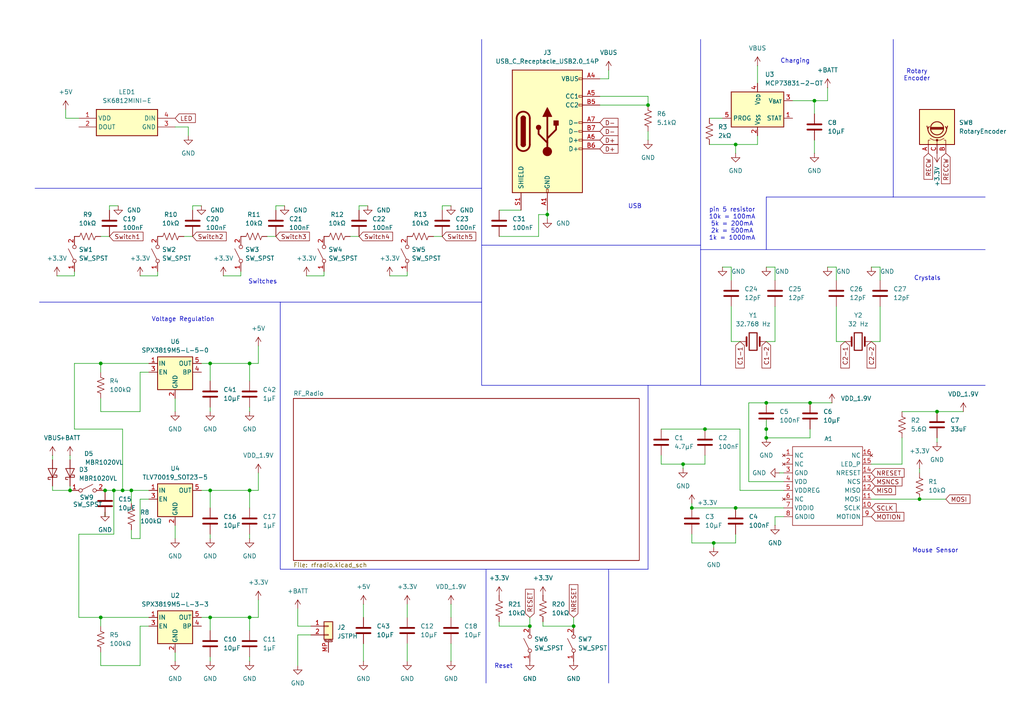
<source format=kicad_sch>
(kicad_sch (version 20250114) (generator "eeschema") (generator_version "9.0")
  (paper "A4")
  (title_block (title "beat") (rev "v1") (company "aerogull"))
  (text "Crystals" (at 268.986 80.772 0) (effects (font (size 1.27 1.27))))
  (text "Mouse Sensor" (at 271.272 159.766 0) (effects (font (size 1.27 1.27))))
  (text "Reset" (at 146.05 193.294 0) (effects (font (size 1.27 1.27))))
  (text "Voltage Regulation" (at 53.086 92.71 0) (effects (font (size 1.27 1.27))))
  (text "Charging" (at 230.632 17.78 0) (effects (font (size 1.27 1.27))))
  (text "Switches" (at 76.2 81.788 0) (effects (font (size 1.27 1.27))))
  (text "USB" (at 184.15 59.944 0) (effects (font (size 1.27 1.27))))
  (text "Rotary\nEncoder" (at 265.938 21.844 0) (effects (font (size 1.27 1.27))))
  (text "pin 5 resistor\n10k = 100mA\n5k = 200mA\n2k = 500mA\n1k = 1000mA" (at 212.344 65.024 0) (effects (font (size 1.27 1.27))))
  (junction (at 213.36 41.91))
  (junction (at 153.67 181.61))
  (junction (at 33.02 142.24))
  (junction (at 35.56 142.24))
  (junction (at 60.96 142.24))
  (junction (at 29.21 105.41))
  (junction (at 207.01 157.48))
  (junction (at 20.32 142.24))
  (junction (at 60.96 105.41))
  (junction (at 222.25 127))
  (junction (at 187.96 30.48))
  (junction (at 158.75 62.23))
  (junction (at 213.36 147.32))
  (junction (at 234.95 116.84))
  (junction (at 72.39 142.24))
  (junction (at 222.25 116.84))
  (junction (at 200.66 147.32))
  (junction (at 222.25 124.46))
  (junction (at 30.48 142.24))
  (junction (at 60.96 179.07))
  (junction (at 72.39 179.07))
  (junction (at 236.22 29.21))
  (junction (at 198.12 134.62))
  (junction (at 271.78 119.38))
  (junction (at 38.1 142.24))
  (junction (at 29.21 179.07))
  (junction (at 72.39 105.41))
  (junction (at 266.7 144.78))
  (junction (at 204.47 124.46))
  (junction (at 166.37 181.61))
  (wire (pts (xy 105.41 175.26) (xy 105.41 179.07)))
  (wire (pts (xy 213.36 147.32) (xy 227.33 147.32)))
  (wire (pts (xy 104.14 59.69) (xy 104.14 60.96)))
  (wire (pts (xy 72.39 154.94) (xy 72.39 156.21)))
  (wire (pts (xy 156.21 62.23) (xy 158.75 62.23)))
  (polyline (pts (xy 140.97 71.12) (xy 203.2 71.12)))
  (wire (pts (xy 45.72 78.74) (xy 45.72 80.01)))
  (wire (pts (xy 16.51 80.01) (xy 21.59 80.01)))
  (wire (pts (xy 113.03 80.01) (xy 118.11 80.01)))
  (wire (pts (xy 101.6 68.58) (xy 104.14 68.58)))
  (wire (pts (xy 212.09 99.06) (xy 214.63 99.06)))
  (polyline (pts (xy 203.2 72.39) (xy 285.75 72.39)))
  (wire (pts (xy 191.77 124.46) (xy 204.47 124.46)))
  (wire (pts (xy 72.39 179.07) (xy 74.93 179.07)))
  (wire (pts (xy 38.1 142.24) (xy 38.1 146.05)))
  (wire (pts (xy 74.93 173.99) (xy 74.93 179.07)))
  (wire (pts (xy 29.21 105.41) (xy 43.18 105.41)))
  (wire (pts (xy 242.57 99.06) (xy 245.11 99.06)))
  (wire (pts (xy 40.64 181.61) (xy 43.18 181.61)))
  (wire (pts (xy 227.33 139.7) (xy 217.17 139.7)))
  (wire (pts (xy 200.66 147.32) (xy 213.36 147.32)))
  (wire (pts (xy 80.01 59.69) (xy 80.01 60.96)))
  (wire (pts (xy 40.64 156.21) (xy 40.64 144.78)))
  (wire (pts (xy 69.85 78.74) (xy 69.85 80.01)))
  (wire (pts (xy 166.37 179.07) (xy 166.37 181.61)))
  (wire (pts (xy 187.96 38.1) (xy 187.96 40.64)))
  (wire (pts (xy 60.96 179.07) (xy 60.96 182.88)))
  (wire (pts (xy 224.79 149.86) (xy 224.79 152.4)))
  (wire (pts (xy 200.66 157.48) (xy 207.01 157.48)))
  (polyline (pts (xy 203.2 11.43) (xy 203.2 72.39)))
  (wire (pts (xy 153.67 179.07) (xy 153.67 181.61)))
  (wire (pts (xy 40.64 107.95) (xy 43.18 107.95)))
  (wire (pts (xy 125.73 68.58) (xy 128.27 68.58)))
  (polyline (pts (xy 203.2 72.39) (xy 203.2 111.76)))
  (wire (pts (xy 20.32 140.97) (xy 20.32 142.24)))
  (wire (pts (xy 15.24 140.97) (xy 15.24 142.24)))
  (wire (pts (xy 72.39 142.24) (xy 74.93 142.24)))
  (wire (pts (xy 58.42 179.07) (xy 60.96 179.07)))
  (wire (pts (xy 29.21 119.38) (xy 40.64 119.38)))
  (wire (pts (xy 173.99 27.94) (xy 187.96 27.94)))
  (wire (pts (xy 29.21 105.41) (xy 29.21 107.95)))
  (wire (pts (xy 271.78 119.38) (xy 279.4 119.38)))
  (wire (pts (xy 255.27 81.28) (xy 255.27 77.47)))
  (wire (pts (xy 22.86 34.29) (xy 19.05 34.29)))
  (wire (pts (xy 60.96 142.24) (xy 72.39 142.24)))
  (polyline (pts (xy 139.7 11.43) (xy 139.7 54.61)))
  (wire (pts (xy 130.81 175.26) (xy 130.81 179.07)))
  (wire (pts (xy 54.61 36.83) (xy 54.61 39.37)))
  (wire (pts (xy 60.96 105.41) (xy 72.39 105.41)))
  (wire (pts (xy 86.36 181.61) (xy 90.17 181.61)))
  (wire (pts (xy 118.11 78.74) (xy 118.11 80.01)))
  (polyline (pts (xy 259.08 57.15) (xy 285.75 57.15)))
  (wire (pts (xy 118.11 175.26) (xy 118.11 179.07)))
  (wire (pts (xy 60.96 118.11) (xy 60.96 119.38)))
  (wire (pts (xy 271.78 127) (xy 271.78 128.27)))
  (wire (pts (xy 74.93 100.33) (xy 74.93 105.41)))
  (wire (pts (xy 209.55 77.47) (xy 212.09 77.47)))
  (wire (pts (xy 222.25 121.92) (xy 222.25 124.46)))
  (wire (pts (xy 29.21 68.58) (xy 31.75 68.58)))
  (wire (pts (xy 15.24 132.08) (xy 15.24 133.35)))
  (wire (pts (xy 58.42 142.24) (xy 60.96 142.24)))
  (wire (pts (xy 21.59 80.01) (xy 21.59 78.74)))
  (wire (pts (xy 187.96 27.94) (xy 187.96 30.48)))
  (wire (pts (xy 77.47 68.58) (xy 80.01 68.58)))
  (wire (pts (xy 156.21 68.58) (xy 156.21 62.23)))
  (wire (pts (xy 219.71 19.05) (xy 219.71 24.13)))
  (wire (pts (xy 38.1 156.21) (xy 40.64 156.21)))
  (polyline (pts (xy 81.28 165.1) (xy 163.83 165.1)))
  (wire (pts (xy 158.75 60.96) (xy 158.75 62.23)))
  (wire (pts (xy 157.48 180.34) (xy 157.48 181.61)))
  (wire (pts (xy 224.79 99.06) (xy 222.25 99.06)))
  (wire (pts (xy 105.41 186.69) (xy 105.41 191.77)))
  (wire (pts (xy 31.75 59.69) (xy 34.29 59.69)))
  (wire (pts (xy 158.75 62.23) (xy 158.75 63.5)))
  (wire (pts (xy 72.39 179.07) (xy 72.39 182.88)))
  (wire (pts (xy 242.57 77.47) (xy 240.03 77.47)))
  (wire (pts (xy 86.36 181.61) (xy 86.36 176.53)))
  (wire (pts (xy 29.21 179.07) (xy 43.18 179.07)))
  (wire (pts (xy 130.81 186.69) (xy 130.81 191.77)))
  (wire (pts (xy 22.86 154.94) (xy 22.86 179.07)))
  (wire (pts (xy 222.25 127) (xy 234.95 127)))
  (wire (pts (xy 88.9 80.01) (xy 93.98 80.01)))
  (polyline (pts (xy 222.25 57.15) (xy 222.25 72.39)))
  (wire (pts (xy 222.25 116.84) (xy 234.95 116.84)))
  (wire (pts (xy 106.68 59.69) (xy 104.14 59.69)))
  (wire (pts (xy 35.56 142.24) (xy 38.1 142.24)))
  (wire (pts (xy 222.25 124.46) (xy 222.25 127)))
  (wire (pts (xy 58.42 59.69) (xy 55.88 59.69)))
  (wire (pts (xy 20.32 132.08) (xy 20.32 133.35)))
  (wire (pts (xy 40.64 144.78) (xy 43.18 144.78)))
  (wire (pts (xy 212.09 77.47) (xy 212.09 81.28)))
  (wire (pts (xy 234.95 116.84) (xy 241.3 116.84)))
  (polyline (pts (xy 187.96 111.76) (xy 285.75 111.76)))
  (polyline (pts (xy 139.7 54.61) (xy 139.7 111.76)))
  (wire (pts (xy 144.78 60.96) (xy 151.13 60.96)))
  (wire (pts (xy 60.96 105.41) (xy 60.96 110.49)))
  (wire (pts (xy 60.96 142.24) (xy 60.96 147.32)))
  (wire (pts (xy 50.8 152.4) (xy 50.8 156.21)))
  (polyline (pts (xy 187.96 165.1) (xy 187.96 111.76)))
  (polyline (pts (xy 140.97 198.12) (xy 140.97 165.1)))
  (wire (pts (xy 252.73 134.62) (xy 261.62 134.62)))
  (wire (pts (xy 30.48 149.86) (xy 30.48 148.59)))
  (wire (pts (xy 227.33 149.86) (xy 224.79 149.86)))
  (wire (pts (xy 255.27 99.06) (xy 252.73 99.06)))
  (wire (pts (xy 50.8 115.57) (xy 50.8 119.38)))
  (wire (pts (xy 191.77 132.08) (xy 191.77 134.62)))
  (wire (pts (xy 74.93 137.16) (xy 74.93 142.24)))
  (wire (pts (xy 38.1 153.67) (xy 38.1 156.21)))
  (wire (pts (xy 213.36 154.94) (xy 213.36 157.48)))
  (wire (pts (xy 58.42 105.41) (xy 60.96 105.41)))
  (polyline (pts (xy 176.53 165.1) (xy 176.53 198.12)))
  (wire (pts (xy 240.03 29.21) (xy 240.03 25.4)))
  (wire (pts (xy 176.53 22.86) (xy 176.53 20.32)))
  (wire (pts (xy 242.57 88.9) (xy 242.57 99.06)))
  (wire (pts (xy 255.27 77.47) (xy 252.73 77.47)))
  (wire (pts (xy 60.96 154.94) (xy 60.96 156.21)))
  (wire (pts (xy 38.1 142.24) (xy 43.18 142.24)))
  (wire (pts (xy 213.36 44.45) (xy 213.36 41.91)))
  (polyline (pts (xy 222.25 57.15) (xy 259.08 57.15)))
  (wire (pts (xy 53.34 68.58) (xy 55.88 68.58)))
  (wire (pts (xy 204.47 134.62) (xy 204.47 132.08)))
  (wire (pts (xy 217.17 139.7) (xy 217.17 116.84)))
  (wire (pts (xy 157.48 181.61) (xy 166.37 181.61)))
  (wire (pts (xy 191.77 134.62) (xy 198.12 134.62)))
  (wire (pts (xy 200.66 154.94) (xy 200.66 157.48)))
  (polyline (pts (xy 163.83 165.1) (xy 187.96 165.1)))
  (wire (pts (xy 72.39 105.41) (xy 72.39 110.49)))
  (wire (pts (xy 236.22 40.64) (xy 236.22 44.45)))
  (wire (pts (xy 144.78 180.34) (xy 144.78 181.61)))
  (wire (pts (xy 19.05 34.29) (xy 19.05 31.75)))
  (polyline (pts (xy 139.7 111.76) (xy 187.96 111.76)))
  (wire (pts (xy 86.36 184.15) (xy 90.17 184.15)))
  (wire (pts (xy 64.77 80.01) (xy 69.85 80.01)))
  (wire (pts (xy 72.39 190.5) (xy 72.39 191.77)))
  (wire (pts (xy 128.27 59.69) (xy 128.27 60.96)))
  (wire (pts (xy 118.11 186.69) (xy 118.11 191.77)))
  (wire (pts (xy 173.99 30.48) (xy 187.96 30.48)))
  (polyline (pts (xy 10.16 54.61) (xy 139.7 54.61)))
  (wire (pts (xy 40.64 119.38) (xy 40.64 107.95)))
  (wire (pts (xy 60.96 179.07) (xy 72.39 179.07)))
  (wire (pts (xy 236.22 29.21) (xy 240.03 29.21)))
  (wire (pts (xy 224.79 77.47) (xy 224.79 81.28)))
  (wire (pts (xy 22.86 179.07) (xy 29.21 179.07)))
  (wire (pts (xy 30.48 142.24) (xy 33.02 142.24)))
  (wire (pts (xy 234.95 127) (xy 234.95 124.46)))
  (wire (pts (xy 219.71 41.91) (xy 213.36 41.91)))
  (wire (pts (xy 255.27 88.9) (xy 255.27 99.06)))
  (wire (pts (xy 224.79 88.9) (xy 224.79 99.06)))
  (wire (pts (xy 144.78 181.61) (xy 153.67 181.61)))
  (wire (pts (xy 198.12 134.62) (xy 198.12 135.89)))
  (wire (pts (xy 31.75 59.69) (xy 31.75 60.96)))
  (wire (pts (xy 86.36 184.15) (xy 86.36 193.04)))
  (wire (pts (xy 226.06 137.16) (xy 227.33 137.16)))
  (wire (pts (xy 222.25 77.47) (xy 224.79 77.47)))
  (polyline (pts (xy 81.28 87.63) (xy 139.7 87.63)))
  (wire (pts (xy 214.63 124.46) (xy 204.47 124.46)))
  (wire (pts (xy 214.63 142.24) (xy 214.63 124.46)))
  (wire (pts (xy 33.02 142.24) (xy 35.56 142.24)))
  (wire (pts (xy 29.21 179.07) (xy 29.21 181.61)))
  (wire (pts (xy 40.64 193.04) (xy 40.64 181.61)))
  (wire (pts (xy 261.62 119.38) (xy 271.78 119.38)))
  (wire (pts (xy 209.55 34.29) (xy 205.74 34.29)))
  (wire (pts (xy 213.36 41.91) (xy 205.74 41.91)))
  (polyline (pts (xy 139.7 71.12) (xy 140.97 71.12)))
  (wire (pts (xy 227.33 142.24) (xy 214.63 142.24)))
  (wire (pts (xy 236.22 29.21) (xy 236.22 33.02)))
  (wire (pts (xy 82.55 59.69) (xy 80.01 59.69)))
  (wire (pts (xy 72.39 105.41) (xy 74.93 105.41)))
  (wire (pts (xy 33.02 154.94) (xy 22.86 154.94)))
  (wire (pts (xy 50.8 36.83) (xy 54.61 36.83)))
  (polyline (pts (xy 259.08 11.43) (xy 259.08 57.15)))
  (wire (pts (xy 40.64 80.01) (xy 45.72 80.01)))
  (wire (pts (xy 93.98 80.01) (xy 93.98 78.74)))
  (wire (pts (xy 144.78 68.58) (xy 156.21 68.58)))
  (wire (pts (xy 50.8 189.23) (xy 50.8 191.77)))
  (wire (pts (xy 173.99 22.86) (xy 176.53 22.86)))
  (wire (pts (xy 261.62 127) (xy 261.62 134.62)))
  (wire (pts (xy 35.56 142.24) (xy 35.56 124.46)))
  (wire (pts (xy 21.59 105.41) (xy 29.21 105.41)))
  (wire (pts (xy 72.39 118.11) (xy 72.39 119.38)))
  (wire (pts (xy 21.59 124.46) (xy 21.59 105.41)))
  (wire (pts (xy 217.17 116.84) (xy 222.25 116.84)))
  (wire (pts (xy 60.96 190.5) (xy 60.96 191.77)))
  (wire (pts (xy 207.01 157.48) (xy 213.36 157.48)))
  (wire (pts (xy 29.21 189.23) (xy 29.21 193.04)))
  (wire (pts (xy 212.09 88.9) (xy 212.09 99.06)))
  (wire (pts (xy 242.57 77.47) (xy 242.57 81.28)))
  (wire (pts (xy 198.12 134.62) (xy 204.47 134.62)))
  (wire (pts (xy 229.87 29.21) (xy 236.22 29.21)))
  (wire (pts (xy 207.01 157.48) (xy 207.01 158.75)))
  (polyline (pts (xy 81.28 87.63) (xy 81.28 165.1)))
  (wire (pts (xy 15.24 142.24) (xy 20.32 142.24)))
  (wire (pts (xy 266.7 144.78) (xy 274.32 144.78)))
  (wire (pts (xy 29.21 193.04) (xy 40.64 193.04)))
  (wire (pts (xy 29.21 115.57) (xy 29.21 119.38)))
  (wire (pts (xy 33.02 142.24) (xy 33.02 154.94)))
  (wire (pts (xy 219.71 39.37) (xy 219.71 41.91)))
  (polyline (pts (xy 11.43 87.63) (xy 81.28 87.63)))
  (wire (pts (xy 266.7 135.89) (xy 266.7 137.16)))
  (wire (pts (xy 55.88 59.69) (xy 55.88 60.96)))
  (wire (pts (xy 72.39 142.24) (xy 72.39 147.32)))
  (wire (pts (xy 35.56 124.46) (xy 21.59 124.46)))
  (wire (pts (xy 200.66 146.05) (xy 200.66 147.32)))
  (wire (pts (xy 252.73 144.78) (xy 266.7 144.78)))
  (wire (pts (xy 130.81 59.69) (xy 128.27 59.69)))
  (global_label "D-" (shape input) (at 173.99 38.1 0) (property "Intersheetrefs" "${INTERSHEET_REFS}" (effects (hide yes))))
  (global_label "D+" (shape input) (at 173.99 40.64 0) (property "Intersheetrefs" "${INTERSHEET_REFS}" (effects (hide yes))))
  (global_label "C1-1" (shape input) (at 214.63 99.06 270) (property "Intersheetrefs" "${INTERSHEET_REFS}" (effects (hide yes))))
  (global_label "Switch4" (shape input) (at 104.14 68.58 0) (property "Intersheetrefs" "${INTERSHEET_REFS}" (effects (hide yes))))
  (global_label "NRESET" (shape input) (at 166.37 179.07 90) (property "Intersheetrefs" "${INTERSHEET_REFS}" (effects (hide yes))))
  (global_label "Switch2" (shape input) (at 55.88 68.58 0) (property "Intersheetrefs" "${INTERSHEET_REFS}" (effects (hide yes))))
  (global_label "NRESET" (shape input) (at 252.73 137.16 0) (property "Intersheetrefs" "${INTERSHEET_REFS}" (effects (hide yes))))
  (global_label "D+" (shape input) (at 173.99 43.18 0) (property "Intersheetrefs" "${INTERSHEET_REFS}" (effects (hide yes))))
  (global_label "Switch1" (shape input) (at 31.75 68.58 0) (property "Intersheetrefs" "${INTERSHEET_REFS}" (effects (hide yes))))
  (global_label "C2-2" (shape input) (at 252.73 99.06 270) (property "Intersheetrefs" "${INTERSHEET_REFS}" (effects (hide yes))))
  (global_label "MOTION" (shape input) (at 252.73 149.86 0) (property "Intersheetrefs" "${INTERSHEET_REFS}" (effects (hide yes))))
  (global_label "C1-2" (shape input) (at 222.25 99.06 270) (property "Intersheetrefs" "${INTERSHEET_REFS}" (effects (hide yes))))
  (global_label "MSNCS" (shape input) (at 252.73 139.7 0) (property "Intersheetrefs" "${INTERSHEET_REFS}" (effects (hide yes))))
  (global_label "RECW" (shape input) (at 269.24 44.45 270) (property "Intersheetrefs" "${INTERSHEET_REFS}" (effects (hide yes))))
  (global_label "MISO" (shape input) (at 252.73 142.24 0) (property "Intersheetrefs" "${INTERSHEET_REFS}" (effects (hide yes))))
  (global_label "MOSI" (shape input) (at 274.32 144.78 0) (property "Intersheetrefs" "${INTERSHEET_REFS}" (effects (hide yes))))
  (global_label "SCLK" (shape input) (at 252.73 147.32 0) (property "Intersheetrefs" "${INTERSHEET_REFS}" (effects (hide yes))))
  (global_label "C2-1" (shape input) (at 245.11 99.06 270) (property "Intersheetrefs" "${INTERSHEET_REFS}" (effects (hide yes))))
  (global_label "LED" (shape input) (at 50.8 34.29 0) (property "Intersheetrefs" "${INTERSHEET_REFS}" (effects (hide yes))))
  (global_label "D-" (shape input) (at 173.99 35.56 0) (property "Intersheetrefs" "${INTERSHEET_REFS}" (effects (hide yes))))
  (global_label "RECCW" (shape input) (at 274.32 44.45 270) (property "Intersheetrefs" "${INTERSHEET_REFS}" (effects (hide yes))))
  (global_label "Switch5" (shape input) (at 128.27 68.58 0) (property "Intersheetrefs" "${INTERSHEET_REFS}" (effects (hide yes))))
  (global_label "Switch3" (shape input) (at 80.01 68.58 0) (property "Intersheetrefs" "${INTERSHEET_REFS}" (effects (hide yes))))
  (global_label "RESET" (shape input) (at 153.67 179.07 90) (property "Intersheetrefs" "${INTERSHEET_REFS}" (effects (hide yes))))
  (symbol (lib_id "power:+BATT") (at 20.32 132.08 0) (unit 1)
    (property "Reference" "#PWR037" (effects (hide yes)))
    (property "Value" "+BATT" (at 20.32 127 0))
    (property "Description" "Power symbol creates a global label with name \"+BATT\"" (effects (hide yes)))
  )
  (symbol (lib_id "Connector_Generic_MountingPin:Conn_01x02_MountingPin") (at 95.25 181.61 0) (unit 1)
    (property "Reference" "J2" (at 97.79 181.9655 0) (effects (justify left)))
    (property "Value" "JSTPH" (at 97.79 184.5055 0) (effects (justify left)))
    (property "Footprint" "custom:JSTPH2PINSMTRIGHTANGLECONNECTOR" (effects (hide yes)))
    (property "Description" "Generic connectable mounting pin connector, single row, 01x02, script generated (kicad-library-utils/schlib/autogen/connector/)" (effects (hide yes)))
  )
  (symbol (lib_id "Device:R_US") (at 121.92 68.58 90) (unit 1)
    (property "Reference" "R13" (at 121.92 62.23 90))
    (property "Value" "10kΩ" (at 121.92 64.77 90))
    (property "Footprint" "Resistor_SMD:R_0805_2012Metric_Pad1.20x1.40mm_HandSolder" (effects (hide yes)))
    (property "Description" "Resistor, US symbol" (effects (hide yes)))
  )
  (symbol (lib_id "Device:C") (at 72.39 114.3 0) (unit 1)
    (property "Reference" "C42" (at 76.2 113.0299 0) (effects (justify left)))
    (property "Value" "1μF" (at 76.2 115.5699 0) (effects (justify left)))
    (property "Footprint" "Capacitor_SMD:C_0805_2012Metric_Pad1.18x1.45mm_HandSolder" (effects (hide yes)))
    (property "Description" "Unpolarized capacitor" (effects (hide yes)))
  )
  (symbol (lib_id "power:GND") (at 60.96 156.21 0) (unit 1)
    (property "Reference" "#PWR038" (effects (hide yes)))
    (property "Value" "GND" (at 60.96 161.29 0))
    (property "Description" "Power symbol creates a global label with name \"GND\" , ground" (effects (hide yes)))
  )
  (symbol (lib_id "Device:C") (at 72.39 151.13 0) (unit 1)
    (property "Reference" "C17" (at 76.2 149.8599 0) (effects (justify left)))
    (property "Value" "1μF" (at 76.2 152.3999 0) (effects (justify left)))
    (property "Footprint" "Capacitor_SMD:C_0805_2012Metric_Pad1.18x1.45mm_HandSolder" (effects (hide yes)))
    (property "Description" "Unpolarized capacitor" (effects (hide yes)))
  )
  (symbol (lib_id "power:GND") (at 54.61 39.37 0) (unit 1)
    (property "Reference" "#PWR083" (effects (hide yes)))
    (property "Value" "GND" (at 54.61 44.45 0))
    (property "Description" "Power symbol creates a global label with name \"GND\" , ground" (effects (hide yes)))
  )
  (symbol (lib_id "Custom:SK6812MINI-E") (at 22.86 34.29 0) (unit 1)
    (property "Reference" "LED1" (at 36.83 26.67 0))
    (property "Value" "SK6812MINI-E" (at 36.83 29.21 0))
    (property "Footprint" "custom:SK6812MINIE" (effects (hide yes)))
    (property "Datasheet" "http://yushakobo.jp/ds/YS-SK6812MINI-E.pdf" (effects (hide yes)))
    (property "Description" "3.2x2.8x1.78 mm 0.2W Intelligent external control surface mount SMD LED (MSL:5a)" (effects (hide yes)))
    (property "Height" "1.88" (effects (hide yes)))
    (property "Manufacturer_Name" "Yellow Stone Corp." (effects (hide yes)))
    (property "Manufacturer_Part_Number" "SK6812MINI-E" (effects (hide yes)))
  )
  (symbol (lib_id "power:GND") (at 222.25 77.47 0) (unit 1)
    (property "Reference" "#PWR066" (effects (hide yes)))
    (property "Value" "GND" (at 224.79 78.7399 0) (effects (justify left)))
    (property "Description" "Power symbol creates a global label with name \"GND\" , ground" (effects (hide yes)))
  )
  (symbol (lib_id "power:GND") (at 153.67 191.77 0) (unit 1)
    (property "Reference" "#PWR029" (effects (hide yes)))
    (property "Value" "GND" (at 153.67 196.85 0))
    (property "Description" "Power symbol creates a global label with name \"GND\" , ground" (effects (hide yes)))
  )
  (symbol (lib_id "Device:C") (at 222.25 120.65 0) (unit 1)
    (property "Reference" "C5" (at 226.06 119.3799 0) (effects (justify left)))
    (property "Value" "100nF" (at 226.06 121.9199 0) (effects (justify left)))
    (property "Footprint" "Capacitor_SMD:C_0805_2012Metric_Pad1.18x1.45mm_HandSolder" (effects (hide yes)))
    (property "Description" "Unpolarized capacitor" (effects (hide yes)))
  )
  (symbol (lib_id "Regulator_Linear:TLV70019_SOT23-5") (at 50.8 144.78 0) (unit 1)
    (property "Reference" "U4" (at 50.8 135.89 0))
    (property "Value" "TLV70019_SOT23-5" (at 50.8 138.43 0))
    (property "Footprint" "Package_TO_SOT_SMD:SOT-23-5" (effects (hide yes)))
    (property "Datasheet" "http://www.ti.com/lit/ds/symlink/tlv700.pdf" (effects (hide yes)))
    (property "Description" "200mA Low Dropout Voltage Regulator, Fixed Output 1.9V, SOT-23-5" (effects (hide yes)))
  )
  (symbol (lib_id "Switch:SW_SPST") (at 69.85 73.66 90) (unit 1)
    (property "Reference" "SW3" (at 71.12 72.3899 90) (effects (justify right)))
    (property "Value" "SW_SPST" (at 71.12 74.9299 90) (effects (justify right)))
    (property "Footprint" "Button_Switch_THT:SW_PUSH_6mm" (effects (hide yes)))
    (property "Description" "Single Pole Single Throw (SPST) switch" (effects (hide yes)))
  )
  (symbol (lib_id "Switch:SW_SPST") (at 93.98 73.66 90) (unit 1)
    (property "Reference" "SW4" (at 95.25 72.3899 90) (effects (justify right)))
    (property "Value" "SW_SPST" (at 95.25 74.9299 90) (effects (justify right)))
    (property "Footprint" "custom:SW_Tactile_SPDT_Omron_D2F" (effects (hide yes)))
    (property "Description" "Single Pole Single Throw (SPST) switch" (effects (hide yes)))
  )
  (symbol (lib_id "Device:C") (at 104.14 64.77 0) (unit 1)
    (property "Reference" "C22" (at 107.95 63.4999 0) (effects (justify left)))
    (property "Value" "100nF" (at 107.95 66.0399 0) (effects (justify left)))
    (property "Footprint" "Capacitor_SMD:C_0805_2012Metric_Pad1.18x1.45mm_HandSolder" (effects (hide yes)))
    (property "Description" "Unpolarized capacitor" (effects (hide yes)))
  )
  (symbol (lib_id "custom-mouse-symbols:PAW3395") (at 240.03 142.24 0) (unit 1)
    (property "Reference" "A1" (at 240.284 127.254 0))
    (property "Value" "~" (at 240.03 127 0))
    (property "Footprint" "custom:PAW3395" (effects (hide yes)))
  )
  (symbol (lib_id "Diode:MBR1020VL") (at 15.24 137.16 90) (unit 1)
    (property "Reference" "D5" (at 24.384 131.572 90) (effects (justify right)))
    (property "Value" "MBR1020VL" (at 24.638 134.112 90) (effects (justify right)))
    (property "Footprint" "Diode_SMD:D_SOD-123F" (effects (hide yes)))
    (property "Datasheet" "https://www.onsemi.com/pub/Collateral/MBR1020VL-D.PDF" (effects (hide yes)))
    (property "Description" "20V, 1A, 340 mV, Schottky Diode Rectifier, SOD-123F" (effects (hide yes)))
  )
  (symbol (lib_id "Device:C") (at 118.11 182.88 0) (unit 1)
    (property "Reference" "C12" (at 121.92 181.6099 0) (effects (justify left)))
    (property "Value" "10μF" (at 121.92 184.1499 0) (effects (justify left)))
    (property "Footprint" "Capacitor_SMD:C_0805_2012Metric_Pad1.18x1.45mm_HandSolder" (effects (hide yes)))
    (property "Description" "Unpolarized capacitor" (effects (hide yes)))
  )
  (symbol (lib_id "power:GND") (at 58.42 59.69 0) (unit 1)
    (property "Reference" "#PWR047" (effects (hide yes)))
    (property "Value" "GND" (at 60.96 60.9599 0) (effects (justify left)))
    (property "Description" "Power symbol creates a global label with name \"GND\" , ground" (effects (hide yes)))
  )
  (symbol (lib_id "power:+3.3V") (at 64.77 80.01 0) (unit 1)
    (property "Reference" "#PWR048" (effects (hide yes)))
    (property "Value" "+3.3V" (at 64.77 74.93 0))
    (property "Description" "Power symbol creates a global label with name \"+3.3V\"" (effects (hide yes)))
  )
  (symbol (lib_id "power:+3.3V") (at 118.11 175.26 0) (unit 1)
    (property "Reference" "#PWR027" (effects (hide yes)))
    (property "Value" "+3.3V" (at 118.11 170.18 0))
    (property "Description" "Power symbol creates a global label with name \"+3.3V\"" (effects (hide yes)))
  )
  (symbol (lib_id "Device:R_US") (at 49.53 68.58 90) (unit 1)
    (property "Reference" "R10" (at 49.53 62.23 90))
    (property "Value" "10kΩ" (at 49.53 64.77 90))
    (property "Footprint" "Resistor_SMD:R_0805_2012Metric_Pad1.20x1.40mm_HandSolder" (effects (hide yes)))
    (property "Description" "Resistor, US symbol" (effects (hide yes)))
  )
  (symbol (lib_id "Device:C") (at 60.96 186.69 0) (unit 1)
    (property "Reference" "C10" (at 64.77 185.4199 0) (effects (justify left)))
    (property "Value" "10μF" (at 64.77 187.9599 0) (effects (justify left)))
    (property "Footprint" "Capacitor_SMD:C_0805_2012Metric_Pad1.18x1.45mm_HandSolder" (effects (hide yes)))
    (property "Description" "Unpolarized capacitor" (effects (hide yes)))
  )
  (symbol (lib_id "Device:C") (at 72.39 186.69 0) (unit 1)
    (property "Reference" "C11" (at 76.2 185.4199 0) (effects (justify left)))
    (property "Value" "1μF" (at 76.2 187.9599 0) (effects (justify left)))
    (property "Footprint" "Capacitor_SMD:C_0805_2012Metric_Pad1.18x1.45mm_HandSolder" (effects (hide yes)))
    (property "Description" "Unpolarized capacitor" (effects (hide yes)))
  )
  (symbol (lib_id "Connector:USB_C_Receptacle_USB2.0_14P") (at 158.75 38.1 0) (unit 1)
    (property "Reference" "J3" (at 158.75 15.24 0))
    (property "Value" "USB_C_Receptacle_USB2.0_14P" (at 158.75 17.78 0))
    (property "Footprint" "custom:AMPHENOL_12401598E4_2A" (effects (hide yes)))
    (property "Datasheet" "https://www.usb.org/sites/default/files/documents/usb_type-c.zip" (effects (hide yes)))
    (property "Description" "USB 2.0-only 14P Type-C Receptacle connector" (effects (hide yes)))
  )
  (symbol (lib_id "power:GND") (at 106.68 59.69 0) (unit 1)
    (property "Reference" "#PWR051" (effects (hide yes)))
    (property "Value" "GND" (at 109.22 60.9599 0) (effects (justify left)))
    (property "Description" "Power symbol creates a global label with name \"GND\" , ground" (effects (hide yes)))
  )
  (symbol (lib_id "power:GND") (at 236.22 44.45 0) (unit 1)
    (property "Reference" "#PWR016" (effects (hide yes)))
    (property "Value" "GND" (at 236.22 49.53 0))
    (property "Description" "Power symbol creates a global label with name \"GND\" , ground" (effects (hide yes)))
  )
  (symbol (lib_id "Device:R_US") (at 266.7 140.97 0) (unit 1)
    (property "Reference" "R1" (at 269.24 139.6999 0) (effects (justify left)))
    (property "Value" "10kΩ" (at 269.24 142.2399 0) (effects (justify left)))
    (property "Footprint" "Resistor_SMD:R_0805_2012Metric_Pad1.20x1.40mm_HandSolder" (effects (hide yes)))
    (property "Description" "Resistor, US symbol" (effects (hide yes)))
  )
  (symbol (lib_id "Device:C") (at 144.78 64.77 0) (unit 1)
    (property "Reference" "C31" (at 148.59 63.4999 0) (effects (justify left)))
    (property "Value" "100nF" (at 148.59 66.0399 0) (effects (justify left)))
    (property "Footprint" "Capacitor_SMD:C_0805_2012Metric_Pad1.18x1.45mm_HandSolder" (effects (hide yes)))
    (property "Description" "Unpolarized capacitor" (effects (hide yes)))
  )
  (symbol (lib_id "power:VBUS") (at 176.53 20.32 0) (unit 1)
    (property "Reference" "#PWR056" (effects (hide yes)))
    (property "Value" "VBUS" (at 176.53 15.24 0))
    (property "Description" "Power symbol creates a global label with name \"VBUS\"" (effects (hide yes)))
  )
  (symbol (lib_id "Device:R_US") (at 157.48 176.53 180) (unit 1)
    (property "Reference" "R20" (at 160.02 175.2599 0) (effects (justify right)))
    (property "Value" "10kΩ" (at 160.02 177.7999 0) (effects (justify right)))
    (property "Footprint" "Resistor_SMD:R_0805_2012Metric_Pad1.20x1.40mm_HandSolder" (effects (hide yes)))
    (property "Description" "Resistor, US symbol" (effects (hide yes)))
  )
  (symbol (lib_id "Switch:SW_SPST") (at 21.59 73.66 90) (unit 1)
    (property "Reference" "SW1" (at 22.86 72.3899 90) (effects (justify right)))
    (property "Value" "SW_SPST" (at 22.86 74.9299 90) (effects (justify right)))
    (property "Footprint" "custom:SW_Tactile_SPDT_Omron_D2F" (effects (hide yes)))
    (property "Description" "Single Pole Single Throw (SPST) switch" (effects (hide yes)))
  )
  (symbol (lib_id "power:+3.3V") (at 88.9 80.01 0) (unit 1)
    (property "Reference" "#PWR050" (effects (hide yes)))
    (property "Value" "+3.3V" (at 88.9 74.93 0))
    (property "Description" "Power symbol creates a global label with name \"+3.3V\"" (effects (hide yes)))
  )
  (symbol (lib_id "power:VDD") (at 130.81 175.26 0) (unit 1)
    (property "Reference" "#PWR042" (effects (hide yes)))
    (property "Value" "VDD_1.9V" (at 130.81 170.18 0))
    (property "Description" "Power symbol creates a global label with name \"VDD\"" (effects (hide yes)))
  )
  (symbol (lib_id "power:GND") (at 158.75 63.5 0) (unit 1)
    (property "Reference" "#PWR055" (effects (hide yes)))
    (property "Value" "GND" (at 161.29 64.7699 0) (effects (justify left)))
    (property "Description" "Power symbol creates a global label with name \"GND\" , ground" (effects (hide yes)))
  )
  (symbol (lib_id "power:GND") (at 240.03 77.47 0) (unit 1)
    (property "Reference" "#PWR067" (effects (hide yes)))
    (property "Value" "GND" (at 242.57 78.7399 0) (effects (justify left)))
    (property "Description" "Power symbol creates a global label with name \"GND\" , ground" (effects (hide yes)))
  )
  (symbol (lib_id "Device:C") (at 224.79 85.09 0) (unit 1)
    (property "Reference" "C25" (at 228.6 83.8199 0) (effects (justify left)))
    (property "Value" "12pF" (at 228.6 86.3599 0) (effects (justify left)))
    (property "Footprint" "Capacitor_SMD:C_0805_2012Metric_Pad1.18x1.45mm_HandSolder" (effects (hide yes)))
    (property "Description" "Unpolarized capacitor" (effects (hide yes)))
  )
  (symbol (lib_id "power:GND") (at 207.01 158.75 0) (unit 1)
    (property "Reference" "#PWR04" (effects (hide yes)))
    (property "Value" "GND" (at 207.01 163.83 0))
    (property "Description" "Power symbol creates a global label with name \"GND\" , ground" (effects (hide yes)))
  )
  (symbol (lib_id "Device:C") (at 234.95 120.65 0) (unit 1)
    (property "Reference" "C6" (at 238.76 119.3799 0) (effects (justify left)))
    (property "Value" "10μF" (at 238.76 121.9199 0) (effects (justify left)))
    (property "Footprint" "Capacitor_SMD:C_0805_2012Metric_Pad1.18x1.45mm_HandSolder" (effects (hide yes)))
    (property "Description" "Unpolarized capacitor" (effects (hide yes)))
  )
  (symbol (lib_id "power:+3.3V") (at 271.78 44.45 180) (unit 1)
    (property "Reference" "#PWR054" (effects (hide yes)))
    (property "Value" "+3.3V" (at 271.7799 48.26 90) (effects (justify left)))
    (property "Description" "Power symbol creates a global label with name \"+3.3V\"" (effects (hide yes)))
  )
  (symbol (lib_id "power:+3.3V") (at 40.64 80.01 0) (unit 1)
    (property "Reference" "#PWR046" (effects (hide yes)))
    (property "Value" "+3.3V" (at 40.64 74.93 0))
    (property "Description" "Power symbol creates a global label with name \"+3.3V\"" (effects (hide yes)))
  )
  (symbol (lib_id "power:GND") (at 72.39 119.38 0) (unit 1)
    (property "Reference" "#PWR085" (effects (hide yes)))
    (property "Value" "GND" (at 72.39 124.46 0))
    (property "Description" "Power symbol creates a global label with name \"GND\" , ground" (effects (hide yes)))
  )
  (symbol (lib_id "power:GND") (at 118.11 191.77 0) (unit 1)
    (property "Reference" "#PWR026" (effects (hide yes)))
    (property "Value" "GND" (at 118.11 196.85 0))
    (property "Description" "Power symbol creates a global label with name \"GND\" , ground" (effects (hide yes)))
  )
  (symbol (lib_id "Device:RotaryEncoder") (at 271.78 36.83 90) (unit 1)
    (property "Reference" "SW8" (at 278.13 35.5599 90) (effects (justify right)))
    (property "Value" "RotaryEncoder" (at 278.13 38.0999 90) (effects (justify right)))
    (property "Footprint" "custom:EC10E1220503" (effects (hide yes)))
    (property "Description" "Rotary encoder, dual channel, incremental quadrate outputs" (effects (hide yes)))
  )
  (symbol (lib_id "power:GND") (at 187.96 40.64 0) (unit 1)
    (property "Reference" "#PWR057" (effects (hide yes)))
    (property "Value" "GND" (at 187.96 45.72 0))
    (property "Description" "Power symbol creates a global label with name \"GND\" , ground" (effects (hide yes)))
  )
  (symbol (lib_id "Device:C") (at 242.57 85.09 0) (unit 1)
    (property "Reference" "C26" (at 246.38 83.8199 0) (effects (justify left)))
    (property "Value" "12pF" (at 246.38 86.3599 0) (effects (justify left)))
    (property "Footprint" "Capacitor_SMD:C_0805_2012Metric_Pad1.18x1.45mm_HandSolder" (effects (hide yes)))
    (property "Description" "Unpolarized capacitor" (effects (hide yes)))
  )
  (symbol (lib_id "power:VDD") (at 74.93 137.16 0) (unit 1)
    (property "Reference" "#PWR041" (effects (hide yes)))
    (property "Value" "VDD_1.9V" (at 74.93 132.08 0))
    (property "Description" "Power symbol creates a global label with name \"VDD\"" (effects (hide yes)))
  )
  (symbol (lib_id "Device:R_US") (at 38.1 149.86 0) (unit 1)
    (property "Reference" "R8" (at 40.64 148.5899 0) (effects (justify left)))
    (property "Value" "100kΩ" (at 40.64 151.1299 0) (effects (justify left)))
    (property "Footprint" "Resistor_SMD:R_0805_2012Metric_Pad1.20x1.40mm_HandSolder" (effects (hide yes)))
    (property "Description" "Resistor, US symbol" (effects (hide yes)))
  )
  (symbol (lib_id "power:GND") (at 82.55 59.69 0) (unit 1)
    (property "Reference" "#PWR049" (effects (hide yes)))
    (property "Value" "GND" (at 85.09 60.9599 0) (effects (justify left)))
    (property "Description" "Power symbol creates a global label with name \"GND\" , ground" (effects (hide yes)))
  )
  (symbol (lib_id "Device:R_US") (at 261.62 123.19 0) (unit 1)
    (property "Reference" "R2" (at 264.16 121.9199 0) (effects (justify left)))
    (property "Value" "5.6Ω" (at 264.16 124.4599 0) (effects (justify left)))
    (property "Footprint" "Resistor_SMD:R_0805_2012Metric_Pad1.20x1.40mm_HandSolder" (effects (hide yes)))
    (property "Description" "Resistor, US symbol" (effects (hide yes)))
  )
  (symbol (lib_id "power:VDD") (at 105.41 175.26 0) (unit 1)
    (property "Reference" "#PWR058" (effects (hide yes)))
    (property "Value" "+5V" (at 105.41 170.18 0))
    (property "Description" "Power symbol creates a global label with name \"VDD\"" (effects (hide yes)))
  )
  (symbol (lib_id "power:+3.3V") (at 16.51 80.01 0) (unit 1)
    (property "Reference" "#PWR045" (effects (hide yes)))
    (property "Value" "+3.3V" (at 16.51 74.93 0))
    (property "Description" "Power symbol creates a global label with name \"+3.3V\"" (effects (hide yes)))
  )
  (symbol (lib_id "power:GND") (at 166.37 191.77 0) (unit 1)
    (property "Reference" "#PWR011" (effects (hide yes)))
    (property "Value" "GND" (at 166.37 196.85 0))
    (property "Description" "Power symbol creates a global label with name \"GND\" , ground" (effects (hide yes)))
  )
  (symbol (lib_id "power:VDD") (at 241.3 116.84 0) (unit 1)
    (property "Reference" "#PWR09" (effects (hide yes)))
    (property "Value" "VDD_1.9V" (at 243.84 115.5699 0) (effects (justify left)))
    (property "Description" "Power symbol creates a global label with name \"VDD\"" (effects (hide yes)))
  )
  (symbol (lib_id "power:GND") (at 226.06 137.16 270) (unit 1)
    (property "Reference" "#PWR01" (effects (hide yes)))
    (property "Value" "GND" (at 222.25 137.1599 90) (effects (justify right)))
    (property "Description" "Power symbol creates a global label with name \"GND\" , ground" (effects (hide yes)))
  )
  (symbol (lib_id "Device:C") (at 60.96 114.3 0) (unit 1)
    (property "Reference" "C41" (at 64.77 113.0299 0) (effects (justify left)))
    (property "Value" "10μF" (at 64.77 115.5699 0) (effects (justify left)))
    (property "Footprint" "Capacitor_SMD:C_0805_2012Metric_Pad1.18x1.45mm_HandSolder" (effects (hide yes)))
    (property "Description" "Unpolarized capacitor" (effects (hide yes)))
  )
  (symbol (lib_id "power:GND") (at 50.8 119.38 0) (unit 1)
    (property "Reference" "#PWR061" (effects (hide yes)))
    (property "Value" "GND" (at 50.8 124.46 0))
    (property "Description" "Power symbol creates a global label with name \"GND\" , ground" (effects (hide yes)))
  )
  (symbol (lib_id "Device:C") (at 31.75 64.77 0) (unit 1)
    (property "Reference" "C19" (at 35.56 63.4999 0) (effects (justify left)))
    (property "Value" "100nF" (at 35.56 66.0399 0) (effects (justify left)))
    (property "Footprint" "Capacitor_SMD:C_0805_2012Metric_Pad1.18x1.45mm_HandSolder" (effects (hide yes)))
    (property "Description" "Unpolarized capacitor" (effects (hide yes)))
  )
  (symbol (lib_id "Device:Crystal") (at 248.92 99.06 0) (unit 1)
    (property "Reference" "Y2" (at 248.92 91.44 0))
    (property "Value" "32 Hz" (at 248.92 93.98 0))
    (property "Footprint" "custom:ABM8A32000MHZD2YT3" (effects (hide yes)))
    (property "Description" "Two pin crystal" (effects (hide yes)))
  )
  (symbol (lib_id "Device:R_US") (at 144.78 176.53 180) (unit 1)
    (property "Reference" "R21" (at 147.32 175.2599 0) (effects (justify right)))
    (property "Value" "10kΩ" (at 147.32 177.7999 0) (effects (justify right)))
    (property "Footprint" "Resistor_SMD:R_0805_2012Metric_Pad1.20x1.40mm_HandSolder" (effects (hide yes)))
    (property "Description" "Resistor, US symbol" (effects (hide yes)))
  )
  (symbol (lib_id "power:VBUS") (at 15.24 132.08 0) (unit 1)
    (property "Reference" "#PWR035" (effects (hide yes)))
    (property "Value" "VBUS" (at 15.24 127 0))
    (property "Description" "Power symbol creates a global label with name \"VBUS\"" (effects (hide yes)))
  )
  (symbol (lib_id "power:GND") (at 130.81 191.77 0) (unit 1)
    (property "Reference" "#PWR043" (effects (hide yes)))
    (property "Value" "GND" (at 130.81 196.85 0))
    (property "Description" "Power symbol creates a global label with name \"GND\" , ground" (effects (hide yes)))
  )
  (symbol (lib_id "Device:C") (at 271.78 123.19 0) (unit 1)
    (property "Reference" "C7" (at 275.59 121.9199 0) (effects (justify left)))
    (property "Value" "33uF" (at 275.59 124.4599 0) (effects (justify left)))
    (property "Footprint" "Capacitor_SMD:C_0805_2012Metric_Pad1.18x1.45mm_HandSolder" (effects (hide yes)))
    (property "Description" "Unpolarized capacitor" (effects (hide yes)))
  )
  (symbol (lib_id "Device:C") (at 30.48 146.05 0) (unit 1)
    (property "Reference" "C15" (at 34.29 144.7799 0) (effects (justify left)))
    (property "Value" "10μF" (at 34.29 147.3199 0) (effects (justify left)))
    (property "Footprint" "Capacitor_SMD:C_0805_2012Metric_Pad1.18x1.45mm_HandSolder" (effects (hide yes)))
    (property "Description" "Unpolarized capacitor" (effects (hide yes)))
  )
  (symbol (lib_id "Device:C") (at 130.81 182.88 0) (unit 1)
    (property "Reference" "C18" (at 134.62 181.6099 0) (effects (justify left)))
    (property "Value" "10μF" (at 134.62 184.1499 0) (effects (justify left)))
    (property "Footprint" "Capacitor_SMD:C_0805_2012Metric_Pad1.18x1.45mm_HandSolder" (effects (hide yes)))
    (property "Description" "Unpolarized capacitor" (effects (hide yes)))
  )
  (symbol (lib_id "power:VBUS") (at 219.71 19.05 0) (unit 1)
    (property "Reference" "#PWR014" (effects (hide yes)))
    (property "Value" "VBUS" (at 219.71 13.97 0))
    (property "Description" "Power symbol creates a global label with name \"VBUS\"" (effects (hide yes)))
  )
  (symbol (lib_id "Switch:SW_SPST") (at 25.4 142.24 0) (unit 1)
    (property "Reference" "SW9" (at 25.146 144.272 0))
    (property "Value" "SW_SPST" (at 25.4 146.304 0))
    (property "Footprint" "Button_Switch_SMD:SW_SPST_CK_RS282G05A3" (effects (hide yes)))
    (property "Description" "Single Pole Single Throw (SPST) switch" (effects (hide yes)))
  )
  (symbol (lib_id "power:GND") (at 209.55 77.47 0) (unit 1)
    (property "Reference" "#PWR065" (effects (hide yes)))
    (property "Value" "GND" (at 212.09 78.7399 0) (effects (justify left)))
    (property "Description" "Power symbol creates a global label with name \"GND\" , ground" (effects (hide yes)))
  )
  (symbol (lib_id "Device:C") (at 213.36 151.13 0) (unit 1)
    (property "Reference" "C4" (at 217.17 149.8599 0) (effects (justify left)))
    (property "Value" "100nF" (at 217.17 152.3999 0) (effects (justify left)))
    (property "Footprint" "Capacitor_SMD:C_0805_2012Metric_Pad1.18x1.45mm_HandSolder" (effects (hide yes)))
    (property "Description" "Unpolarized capacitor" (effects (hide yes)))
  )
  (symbol (lib_id "power:GND") (at 50.8 156.21 0) (unit 1)
    (property "Reference" "#PWR040" (effects (hide yes)))
    (property "Value" "GND" (at 50.8 161.29 0))
    (property "Description" "Power symbol creates a global label with name \"GND\" , ground" (effects (hide yes)))
  )
  (symbol (lib_id "Switch:SW_SPST") (at 153.67 186.69 90) (unit 1)
    (property "Reference" "SW6" (at 154.94 185.4199 90) (effects (justify right)))
    (property "Value" "SW_SPST" (at 154.94 187.9599 90) (effects (justify right)))
    (property "Footprint" "Capacitor_SMD:C_0402_1005Metric" (effects (hide yes)))
    (property "Description" "Single Pole Single Throw (SPST) switch" (effects (hide yes)))
  )
  (symbol (lib_id "Switch:SW_SPST") (at 45.72 73.66 90) (unit 1)
    (property "Reference" "SW2" (at 46.99 72.3899 90) (effects (justify right)))
    (property "Value" "SW_SPST" (at 46.99 74.9299 90) (effects (justify right)))
    (property "Footprint" "custom:SW_Tactile_SPDT_Omron_D2F" (effects (hide yes)))
    (property "Description" "Single Pole Single Throw (SPST) switch" (effects (hide yes)))
  )
  (symbol (lib_id "power:+BATT") (at 240.03 25.4 0) (unit 1)
    (property "Reference" "#PWR013" (effects (hide yes)))
    (property "Value" "+BATT" (at 240.03 20.32 0))
    (property "Description" "Power symbol creates a global label with name \"+BATT\"" (effects (hide yes)))
  )
  (symbol (lib_id "Device:C") (at 80.01 64.77 0) (unit 1)
    (property "Reference" "C21" (at 83.82 63.4999 0) (effects (justify left)))
    (property "Value" "100nF" (at 83.82 66.0399 0) (effects (justify left)))
    (property "Footprint" "Capacitor_SMD:C_0805_2012Metric_Pad1.18x1.45mm_HandSolder" (effects (hide yes)))
    (property "Description" "Unpolarized capacitor" (effects (hide yes)))
  )
  (symbol (lib_id "power:VDD") (at 74.93 100.33 0) (unit 1)
    (property "Reference" "#PWR086" (effects (hide yes)))
    (property "Value" "+5V" (at 74.93 95.25 0))
    (property "Description" "Power symbol creates a global label with name \"VDD\"" (effects (hide yes)))
  )
  (symbol (lib_id "Device:R_US") (at 25.4 68.58 90) (unit 1)
    (property "Reference" "R9" (at 25.4 62.23 90))
    (property "Value" "10kΩ" (at 25.4 64.77 90))
    (property "Footprint" "Resistor_SMD:R_0805_2012Metric_Pad1.20x1.40mm_HandSolder" (effects (hide yes)))
    (property "Description" "Resistor, US symbol" (effects (hide yes)))
  )
  (symbol (lib_id "power:GND") (at 72.39 156.21 0) (unit 1)
    (property "Reference" "#PWR039" (effects (hide yes)))
    (property "Value" "GND" (at 72.39 161.29 0))
    (property "Description" "Power symbol creates a global label with name \"GND\" , ground" (effects (hide yes)))
  )
  (symbol (lib_id "power:+3.3V") (at 113.03 80.01 0) (unit 1)
    (property "Reference" "#PWR052" (effects (hide yes)))
    (property "Value" "+3.3V" (at 113.03 74.93 0))
    (property "Description" "Power symbol creates a global label with name \"+3.3V\"" (effects (hide yes)))
  )
  (symbol (lib_id "power:GND") (at 34.29 59.69 0) (unit 1)
    (property "Reference" "#PWR044" (effects (hide yes)))
    (property "Value" "GND" (at 36.83 60.9599 0) (effects (justify left)))
    (property "Description" "Power symbol creates a global label with name \"GND\" , ground" (effects (hide yes)))
  )
  (symbol (lib_id "Device:C") (at 236.22 36.83 0) (unit 1)
    (property "Reference" "C8" (at 240.03 35.5599 0) (effects (justify left)))
    (property "Value" "10μF" (at 240.03 38.0999 0) (effects (justify left)))
    (property "Footprint" "Capacitor_SMD:C_0805_2012Metric_Pad1.18x1.45mm_HandSolder" (effects (hide yes)))
    (property "Description" "Unpolarized capacitor" (effects (hide yes)))
  )
  (symbol (lib_id "power:+3.3V") (at 200.66 146.05 0) (unit 1)
    (property "Reference" "#PWR07" (effects (hide yes)))
    (property "Value" "+3.3V" (at 202.184 145.796 0) (effects (justify left)))
    (property "Description" "Power symbol creates a global label with name \"+3.3V\"" (effects (hide yes)))
  )
  (symbol (lib_id "Switch:SW_SPST") (at 118.11 73.66 90) (unit 1)
    (property "Reference" "SW5" (at 119.38 72.3899 90) (effects (justify right)))
    (property "Value" "SW_SPST" (at 119.38 74.9299 90) (effects (justify right)))
    (property "Footprint" "custom:SW_Tactile_SPDT_Omron_D2F" (effects (hide yes)))
    (property "Description" "Single Pole Single Throw (SPST) switch" (effects (hide yes)))
  )
  (symbol (lib_id "power:GND") (at 198.12 135.89 0) (unit 1)
    (property "Reference" "#PWR06" (effects (hide yes)))
    (property "Value" "GND" (at 198.12 140.97 0))
    (property "Description" "Power symbol creates a global label with name \"GND\" , ground" (effects (hide yes)))
  )
  (symbol (lib_id "Regulator_Linear:SPX3819M5-L-3-3") (at 50.8 181.61 0) (unit 1)
    (property "Reference" "U2" (at 50.8 172.72 0))
    (property "Value" "SPX3819M5-L-3-3" (at 50.8 175.26 0))
    (property "Footprint" "Package_TO_SOT_SMD:SOT-23-5" (effects (hide yes)))
    (property "Datasheet" "https://www.exar.com/content/document.ashx?id=22106&languageid=1033&type=Datasheet&partnumber=SPX3819&filename=SPX3819.pdf&part=SPX3819" (effects (hide yes)))
    (property "Description" "500mA Low drop-out regulator, Fixed Output 3.3V, SOT-23-5" (effects (hide yes)))
  )
  (symbol (lib_id "Battery_Management:MCP73831-2-OT") (at 219.71 31.75 0) (unit 1)
    (property "Reference" "U3" (at 221.8533 21.59 0) (effects (justify left)))
    (property "Value" "MCP73831-2-OT" (at 221.8533 24.13 0) (effects (justify left)))
    (property "Footprint" "Package_TO_SOT_SMD:SOT-23-5" (effects (hide yes)))
    (property "Datasheet" "http://ww1.microchip.com/downloads/en/DeviceDoc/20001984g.pdf" (effects (hide yes)))
    (property "Description" "Single cell, Li-Ion/Li-Po charge management controller, 4.20V, Tri-State Status Output, in SOT23-5 package" (effects (hide yes)))
  )
  (symbol (lib_id "Device:R_US") (at 29.21 185.42 0) (unit 1)
    (property "Reference" "R5" (at 31.75 184.1499 0) (effects (justify left)))
    (property "Value" "100kΩ" (at 31.75 186.6899 0) (effects (justify left)))
    (property "Footprint" "Resistor_SMD:R_0805_2012Metric_Pad1.20x1.40mm_HandSolder" (effects (hide yes)))
    (property "Description" "Resistor, US symbol" (effects (hide yes)))
  )
  (symbol (lib_id "Device:C") (at 128.27 64.77 0) (unit 1)
    (property "Reference" "C23" (at 132.08 63.4999 0) (effects (justify left)))
    (property "Value" "100nF" (at 132.08 66.0399 0) (effects (justify left)))
    (property "Footprint" "Capacitor_SMD:C_0805_2012Metric_Pad1.18x1.45mm_HandSolder" (effects (hide yes)))
    (property "Description" "Unpolarized capacitor" (effects (hide yes)))
  )
  (symbol (lib_id "Device:R_US") (at 73.66 68.58 90) (unit 1)
    (property "Reference" "R11" (at 73.66 62.23 90))
    (property "Value" "10kΩ" (at 73.66 64.77 90))
    (property "Footprint" "Resistor_SMD:R_0805_2012Metric_Pad1.20x1.40mm_HandSolder" (effects (hide yes)))
    (property "Description" "Resistor, US symbol" (effects (hide yes)))
  )
  (symbol (lib_id "power:GND") (at 224.79 152.4 0) (unit 1)
    (property "Reference" "#PWR05" (effects (hide yes)))
    (property "Value" "GND" (at 224.79 157.48 0))
    (property "Description" "Power symbol creates a global label with name \"GND\" , ground" (effects (hide yes)))
  )
  (symbol (lib_id "Device:C") (at 55.88 64.77 0) (unit 1)
    (property "Reference" "C20" (at 59.69 63.4999 0) (effects (justify left)))
    (property "Value" "100nF" (at 59.69 66.0399 0) (effects (justify left)))
    (property "Footprint" "Capacitor_SMD:C_0805_2012Metric_Pad1.18x1.45mm_HandSolder" (effects (hide yes)))
    (property "Description" "Unpolarized capacitor" (effects (hide yes)))
  )
  (symbol (lib_id "power:GND") (at 72.39 191.77 0) (unit 1)
    (property "Reference" "#PWR023" (effects (hide yes)))
    (property "Value" "GND" (at 72.39 196.85 0))
    (property "Description" "Power symbol creates a global label with name \"GND\" , ground" (effects (hide yes)))
  )
  (symbol (lib_id "power:GND") (at 222.25 127 0) (unit 1)
    (property "Reference" "#PWR02" (effects (hide yes)))
    (property "Value" "GND" (at 222.25 132.08 0))
    (property "Description" "Power symbol creates a global label with name \"GND\" , ground" (effects (hide yes)))
  )
  (symbol (lib_id "power:GND") (at 130.81 59.69 0) (unit 1)
    (property "Reference" "#PWR053" (effects (hide yes)))
    (property "Value" "GND" (at 133.35 60.9599 0) (effects (justify left)))
    (property "Description" "Power symbol creates a global label with name \"GND\" , ground" (effects (hide yes)))
  )
  (symbol (lib_id "power:+3.3V") (at 144.78 172.72 0) (unit 1)
    (property "Reference" "#PWR072" (effects (hide yes)))
    (property "Value" "+3.3V" (at 144.78 167.64 0))
    (property "Description" "Power symbol creates a global label with name \"+3.3V\"" (effects (hide yes)))
  )
  (symbol (lib_id "Device:C") (at 200.66 151.13 0) (unit 1)
    (property "Reference" "C3" (at 204.47 149.8599 0) (effects (justify left)))
    (property "Value" "10μF" (at 204.47 152.3999 0) (effects (justify left)))
    (property "Footprint" "Capacitor_SMD:C_0805_2012Metric_Pad1.18x1.45mm_HandSolder" (effects (hide yes)))
    (property "Description" "Unpolarized capacitor" (effects (hide yes)))
  )
  (symbol (lib_id "Device:R_US") (at 29.21 111.76 0) (unit 1)
    (property "Reference" "R4" (at 31.75 110.4899 0) (effects (justify left)))
    (property "Value" "100kΩ" (at 31.75 113.0299 0) (effects (justify left)))
    (property "Footprint" "Resistor_SMD:R_0805_2012Metric_Pad1.20x1.40mm_HandSolder" (effects (hide yes)))
    (property "Description" "Resistor, US symbol" (effects (hide yes)))
  )
  (symbol (lib_id "power:+BATT") (at 86.36 176.53 0) (unit 1)
    (property "Reference" "#PWR025" (effects (hide yes)))
    (property "Value" "+BATT" (at 86.36 171.45 0))
    (property "Description" "Power symbol creates a global label with name \"+BATT\"" (effects (hide yes)))
  )
  (symbol (lib_id "power:GND") (at 86.36 193.04 0) (unit 1)
    (property "Reference" "#PWR024" (effects (hide yes)))
    (property "Value" "GND" (at 86.36 198.12 0))
    (property "Description" "Power symbol creates a global label with name \"GND\" , ground" (effects (hide yes)))
  )
  (symbol (lib_id "Device:Crystal") (at 218.44 99.06 0) (unit 1)
    (property "Reference" "Y1" (at 218.44 91.44 0))
    (property "Value" "32.768 Hz" (at 218.44 93.98 0))
    (property "Footprint" "custom:FC135327680KAA" (effects (hide yes)))
    (property "Description" "Two pin crystal" (effects (hide yes)))
  )
  (symbol (lib_id "Regulator_Linear:SPX3819M5-L-5-0") (at 50.8 107.95 0) (unit 1)
    (property "Reference" "U6" (at 50.8 99.06 0))
    (property "Value" "SPX3819M5-L-5-0" (at 50.8 101.6 0))
    (property "Footprint" "Package_TO_SOT_SMD:SOT-23-5" (effects (hide yes)))
    (property "Datasheet" "https://www.exar.com/content/document.ashx?id=22106&languageid=1033&type=Datasheet&partnumber=SPX3819&filename=SPX3819.pdf&part=SPX3819" (effects (hide yes)))
    (property "Description" "500mA Low drop-out regulator, Fixed Output 5.0V, SOT-23-5" (effects (hide yes)))
  )
  (symbol (lib_id "Device:C") (at 191.77 128.27 0) (unit 1)
    (property "Reference" "C1" (at 195.58 126.9999 0) (effects (justify left)))
    (property "Value" "4.7μF" (at 195.58 129.5399 0) (effects (justify left)))
    (property "Footprint" "Capacitor_SMD:C_0805_2012Metric_Pad1.18x1.45mm_HandSolder" (effects (hide yes)))
    (property "Description" "Unpolarized capacitor" (effects (hide yes)))
  )
  (symbol (lib_id "Device:C") (at 60.96 151.13 0) (unit 1)
    (property "Reference" "C16" (at 64.77 149.8599 0) (effects (justify left)))
    (property "Value" "10μF" (at 64.77 152.3999 0) (effects (justify left)))
    (property "Footprint" "Capacitor_SMD:C_0805_2012Metric_Pad1.18x1.45mm_HandSolder" (effects (hide yes)))
    (property "Description" "Unpolarized capacitor" (effects (hide yes)))
  )
  (symbol (lib_id "Device:C") (at 105.41 182.88 0) (unit 1)
    (property "Reference" "C43" (at 109.22 181.6099 0) (effects (justify left)))
    (property "Value" "10μF" (at 109.22 184.1499 0) (effects (justify left)))
    (property "Footprint" "Capacitor_SMD:C_0805_2012Metric_Pad1.18x1.45mm_HandSolder" (effects (hide yes)))
    (property "Description" "Unpolarized capacitor" (effects (hide yes)))
  )
  (symbol (lib_id "Device:C") (at 212.09 85.09 0) (unit 1)
    (property "Reference" "C24" (at 215.9 83.8199 0) (effects (justify left)))
    (property "Value" "12pF" (at 215.9 86.3599 0) (effects (justify left)))
    (property "Footprint" "Capacitor_SMD:C_0805_2012Metric_Pad1.18x1.45mm_HandSolder" (effects (hide yes)))
    (property "Description" "Unpolarized capacitor" (effects (hide yes)))
  )
  (symbol (lib_id "Device:R_US") (at 97.79 68.58 90) (unit 1)
    (property "Reference" "R12" (at 97.79 62.23 90))
    (property "Value" "10kΩ" (at 97.79 64.77 90))
    (property "Footprint" "Resistor_SMD:R_0805_2012Metric_Pad1.20x1.40mm_HandSolder" (effects (hide yes)))
    (property "Description" "Resistor, US symbol" (effects (hide yes)))
  )
  (symbol (lib_id "power:GND") (at 60.96 119.38 0) (unit 1)
    (property "Reference" "#PWR084" (effects (hide yes)))
    (property "Value" "GND" (at 60.96 124.46 0))
    (property "Description" "Power symbol creates a global label with name \"GND\" , ground" (effects (hide yes)))
  )
  (symbol (lib_id "power:+3.3V") (at 266.7 135.89 0) (unit 1)
    (property "Reference" "#PWR08" (effects (hide yes)))
    (property "Value" "+3.3V" (at 266.7 130.81 0))
    (property "Description" "Power symbol creates a global label with name \"+3.3V\"" (effects (hide yes)))
  )
  (symbol (lib_id "power:GND") (at 60.96 191.77 0) (unit 1)
    (property "Reference" "#PWR021" (effects (hide yes)))
    (property "Value" "GND" (at 60.96 196.85 0))
    (property "Description" "Power symbol creates a global label with name \"GND\" , ground" (effects (hide yes)))
  )
  (symbol (lib_id "power:GND") (at 271.78 128.27 0) (unit 1)
    (property "Reference" "#PWR03" (effects (hide yes)))
    (property "Value" "GND" (at 271.78 133.35 0))
    (property "Description" "Power symbol creates a global label with name \"GND\" , ground" (effects (hide yes)))
  )
  (symbol (lib_id "power:GND") (at 252.73 77.47 0) (unit 1)
    (property "Reference" "#PWR068" (effects (hide yes)))
    (property "Value" "GND" (at 255.27 78.7399 0) (effects (justify left)))
    (property "Description" "Power symbol creates a global label with name \"GND\" , ground" (effects (hide yes)))
  )
  (symbol (lib_id "power:GND") (at 105.41 191.77 0) (unit 1)
    (property "Reference" "#PWR087" (effects (hide yes)))
    (property "Value" "GND" (at 105.41 196.85 0))
    (property "Description" "Power symbol creates a global label with name \"GND\" , ground" (effects (hide yes)))
  )
  (symbol (lib_id "Device:C") (at 204.47 128.27 0) (unit 1)
    (property "Reference" "C2" (at 208.28 126.9999 0) (effects (justify left)))
    (property "Value" "100nF" (at 208.28 129.5399 0) (effects (justify left)))
    (property "Footprint" "Capacitor_SMD:C_0805_2012Metric_Pad1.18x1.45mm_HandSolder" (effects (hide yes)))
    (property "Description" "Unpolarized capacitor" (effects (hide yes)))
  )
  (symbol (lib_id "power:+3.3V") (at 74.93 173.99 0) (unit 1)
    (property "Reference" "#PWR020" (effects (hide yes)))
    (property "Value" "+3.3V" (at 74.93 168.91 0))
    (property "Description" "Power symbol creates a global label with name \"+3.3V\"" (effects (hide yes)))
  )
  (symbol (lib_id "Diode:MBR1020VL") (at 20.32 137.16 90) (unit 1)
    (property "Reference" "D3" (at 22.86 136.2074 90) (effects (justify right)))
    (property "Value" "MBR1020VL" (at 22.86 138.7474 90) (effects (justify right)))
    (property "Footprint" "Diode_SMD:D_SOD-123F" (effects (hide yes)))
    (property "Datasheet" "https://www.onsemi.com/pub/Collateral/MBR1020VL-D.PDF" (effects (hide yes)))
    (property "Description" "20V, 1A, 340 mV, Schottky Diode Rectifier, SOD-123F" (effects (hide yes)))
  )
  (symbol (lib_id "power:+3.3V") (at 157.48 172.72 0) (unit 1)
    (property "Reference" "#PWR073" (effects (hide yes)))
    (property "Value" "+3.3V" (at 157.48 167.64 0))
    (property "Description" "Power symbol creates a global label with name \"+3.3V\"" (effects (hide yes)))
  )
  (symbol (lib_id "Device:R_US") (at 205.74 38.1 180) (unit 1)
    (property "Reference" "R3" (at 208.28 36.8299 0) (effects (justify right)))
    (property "Value" "2kΩ" (at 208.28 39.3699 0) (effects (justify right)))
    (property "Footprint" "Resistor_SMD:R_0805_2012Metric_Pad1.20x1.40mm_HandSolder" (effects (hide yes)))
    (property "Description" "Resistor, US symbol" (effects (hide yes)))
  )
  (symbol (lib_id "Switch:SW_SPST") (at 166.37 186.69 90) (unit 1)
    (property "Reference" "SW7" (at 167.64 185.4199 90) (effects (justify right)))
    (property "Value" "SW_SPST" (at 167.64 187.9599 90) (effects (justify right)))
    (property "Footprint" "Capacitor_SMD:C_0402_1005Metric" (effects (hide yes)))
    (property "Description" "Single Pole Single Throw (SPST) switch" (effects (hide yes)))
  )
  (symbol (lib_id "power:GND") (at 50.8 191.77 0) (unit 1)
    (property "Reference" "#PWR022" (effects (hide yes)))
    (property "Value" "GND" (at 50.8 196.85 0))
    (property "Description" "Power symbol creates a global label with name \"GND\" , ground" (effects (hide yes)))
  )
  (symbol (lib_id "Device:R_US") (at 187.96 34.29 180) (unit 1)
    (property "Reference" "R6" (at 190.5 33.0199 0) (effects (justify right)))
    (property "Value" "5.1kΩ" (at 190.5 35.5599 0) (effects (justify right)))
    (property "Footprint" "Resistor_SMD:R_0805_2012Metric_Pad1.20x1.40mm_HandSolder" (effects (hide yes)))
    (property "Description" "Resistor, US symbol" (effects (hide yes)))
  )
  (symbol (lib_id "power:GND") (at 213.36 44.45 0) (unit 1)
    (property "Reference" "#PWR015" (effects (hide yes)))
    (property "Value" "GND" (at 213.36 49.53 0))
    (property "Description" "Power symbol creates a global label with name \"GND\" , ground" (effects (hide yes)))
  )
  (symbol (lib_id "power:VDD") (at 279.4 119.38 0) (unit 1)
    (property "Reference" "#PWR010" (effects (hide yes)))
    (property "Value" "VDD_1.9V" (at 279.4 114.3 0))
    (property "Description" "Power symbol creates a global label with name \"VDD\"" (effects (hide yes)))
  )
  (symbol (lib_id "power:GND") (at 30.48 148.59 0) (unit 1)
    (property "Reference" "#PWR036" (effects (hide yes)))
    (property "Value" "GND" (at 30.48 153.67 0))
    (property "Description" "Power symbol creates a global label with name \"GND\" , ground" (effects (hide yes)))
  )
  (symbol (lib_id "power:VDD") (at 19.05 31.75 0) (unit 1)
    (property "Reference" "#PWR082" (effects (hide yes)))
    (property "Value" "+5V" (at 19.05 26.67 0))
    (property "Description" "Power symbol creates a global label with name \"VDD\"" (effects (hide yes)))
  )
  (symbol (lib_id "Device:C") (at 255.27 85.09 0) (unit 1)
    (property "Reference" "C27" (at 259.08 83.8199 0) (effects (justify left)))
    (property "Value" "12pF" (at 259.08 86.3599 0) (effects (justify left)))
    (property "Footprint" "Capacitor_SMD:C_0805_2012Metric_Pad1.18x1.45mm_HandSolder" (effects (hide yes)))
    (property "Description" "Unpolarized capacitor" (effects (hide yes)))
  )
  (sheet (at 85.09 115.57) (size 100.33 46.99) (stroke (width 0.1524))
    (property "Sheetname" "RF_Radio" (at 85.09 114.8584 0) (effects (justify left bottom)))
    (property "Sheetfile" "rfradio.kicad_sch" (at 85.09 163.1446 0) (effects (justify left top)))
  )
)
</source>
